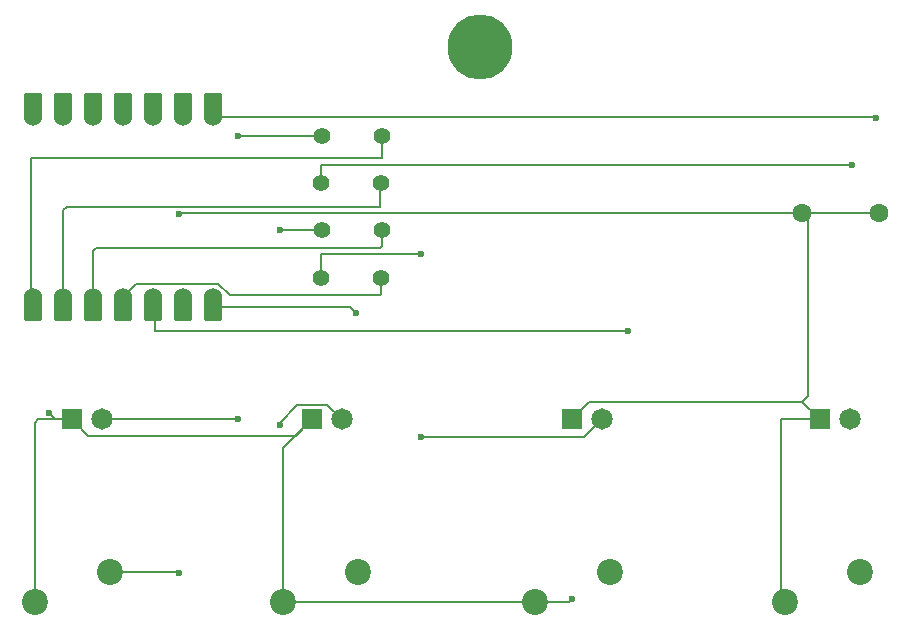
<source format=gbr>
%TF.GenerationSoftware,KiCad,Pcbnew,9.0.2*%
%TF.CreationDate,2025-07-04T18:03:36-03:00*%
%TF.ProjectId,pathfinder,70617468-6669-46e6-9465-722e6b696361,rev?*%
%TF.SameCoordinates,Original*%
%TF.FileFunction,Copper,L1,Top*%
%TF.FilePolarity,Positive*%
%FSLAX46Y46*%
G04 Gerber Fmt 4.6, Leading zero omitted, Abs format (unit mm)*
G04 Created by KiCad (PCBNEW 9.0.2) date 2025-07-04 18:03:36*
%MOMM*%
%LPD*%
G01*
G04 APERTURE LIST*
G04 Aperture macros list*
%AMRoundRect*
0 Rectangle with rounded corners*
0 $1 Rounding radius*
0 $2 $3 $4 $5 $6 $7 $8 $9 X,Y pos of 4 corners*
0 Add a 4 corners polygon primitive as box body*
4,1,4,$2,$3,$4,$5,$6,$7,$8,$9,$2,$3,0*
0 Add four circle primitives for the rounded corners*
1,1,$1+$1,$2,$3*
1,1,$1+$1,$4,$5*
1,1,$1+$1,$6,$7*
1,1,$1+$1,$8,$9*
0 Add four rect primitives between the rounded corners*
20,1,$1+$1,$2,$3,$4,$5,0*
20,1,$1+$1,$4,$5,$6,$7,0*
20,1,$1+$1,$6,$7,$8,$9,0*
20,1,$1+$1,$8,$9,$2,$3,0*%
G04 Aperture macros list end*
%TA.AperFunction,ComponentPad*%
%ADD10C,2.200000*%
%TD*%
%TA.AperFunction,ComponentPad*%
%ADD11C,1.400000*%
%TD*%
%TA.AperFunction,ComponentPad*%
%ADD12C,1.815000*%
%TD*%
%TA.AperFunction,ComponentPad*%
%ADD13R,1.815000X1.815000*%
%TD*%
%TA.AperFunction,ComponentPad*%
%ADD14C,1.600000*%
%TD*%
%TA.AperFunction,SMDPad,CuDef*%
%ADD15RoundRect,0.152400X-0.609600X1.063600X-0.609600X-1.063600X0.609600X-1.063600X0.609600X1.063600X0*%
%TD*%
%TA.AperFunction,ComponentPad*%
%ADD16C,1.524000*%
%TD*%
%TA.AperFunction,SMDPad,CuDef*%
%ADD17RoundRect,0.152400X0.609600X-1.063600X0.609600X1.063600X-0.609600X1.063600X-0.609600X-1.063600X0*%
%TD*%
%TA.AperFunction,ViaPad*%
%ADD18C,5.500000*%
%TD*%
%TA.AperFunction,ViaPad*%
%ADD19C,0.600000*%
%TD*%
%TA.AperFunction,Conductor*%
%ADD20C,0.200000*%
%TD*%
G04 APERTURE END LIST*
D10*
%TO.P,SW1,1,1*%
%TO.N,SW1*%
X145460000Y-112920000D03*
%TO.P,SW1,2,2*%
%TO.N,GND*%
X139110000Y-115460000D03*
%TD*%
D11*
%TO.P,R2,1*%
%TO.N,Net-(D2-PadA)*%
X121000000Y-80000000D03*
%TO.P,R2,2*%
%TO.N,LED2*%
X126080000Y-80000000D03*
%TD*%
D10*
%TO.P,SW4,1,1*%
%TO.N,SW4*%
X166620000Y-112920000D03*
%TO.P,SW4,2,2*%
%TO.N,GND*%
X160270000Y-115460000D03*
%TD*%
D12*
%TO.P,D3,A*%
%TO.N,Net-(D3-PadA)*%
X122770000Y-100000000D03*
D13*
%TO.P,D3,C*%
%TO.N,GND*%
X120230000Y-100000000D03*
%TD*%
D11*
%TO.P,R1,1*%
%TO.N,Net-(D1-PadA)*%
X121080000Y-76000000D03*
%TO.P,R1,2*%
%TO.N,LED1*%
X126160000Y-76000000D03*
%TD*%
D12*
%TO.P,D1,A*%
%TO.N,Net-(D1-PadA)*%
X102500000Y-100000000D03*
D13*
%TO.P,D1,C*%
%TO.N,GND*%
X99960000Y-100000000D03*
%TD*%
D11*
%TO.P,R4,1*%
%TO.N,Net-(D4-PadA)*%
X121000000Y-88000000D03*
%TO.P,R4,2*%
%TO.N,LED4*%
X126080000Y-88000000D03*
%TD*%
D14*
%TO.P,BZ1,1,+*%
%TO.N,BUZ*%
X161750000Y-82500000D03*
%TO.P,BZ1,2,-*%
%TO.N,GND*%
X168250000Y-82500000D03*
%TD*%
D15*
%TO.P,U1,1,GPIO26/ADC0/A0*%
%TO.N,LED1*%
X96648500Y-90455000D03*
D16*
X96648500Y-89620000D03*
D15*
%TO.P,U1,2,GPIO27/ADC1/A1*%
%TO.N,LED2*%
X99188500Y-90455000D03*
D16*
X99188500Y-89620000D03*
D15*
%TO.P,U1,3,GPIO28/ADC2/A2*%
%TO.N,LED3*%
X101728500Y-90455000D03*
D16*
X101728500Y-89620000D03*
D15*
%TO.P,U1,4,GPIO29/ADC3/A3*%
%TO.N,LED4*%
X104268500Y-90455000D03*
D16*
X104268500Y-89620000D03*
D15*
%TO.P,U1,5,GPIO6/SDA*%
%TO.N,SW1*%
X106808500Y-90455000D03*
D16*
X106808500Y-89620000D03*
D15*
%TO.P,U1,6,GPIO7/SCL*%
%TO.N,SW2*%
X109348500Y-90455000D03*
D16*
X109348500Y-89620000D03*
D15*
%TO.P,U1,7,GPIO0/TX*%
%TO.N,SW3*%
X111888500Y-90455000D03*
D16*
X111888500Y-89620000D03*
%TO.P,U1,8,GPIO1/RX*%
%TO.N,SW4*%
X111888500Y-74380000D03*
D17*
X111888500Y-73545000D03*
D16*
%TO.P,U1,9,GPIO2/SCK*%
%TO.N,BUZ*%
X109348500Y-74380000D03*
D17*
X109348500Y-73545000D03*
D16*
%TO.P,U1,10,GPIO4/MISO*%
%TO.N,unconnected-(U1-GPIO4{slash}MISO-Pad10)*%
X106808500Y-74380000D03*
D17*
X106808500Y-73545000D03*
D16*
%TO.P,U1,11,GPIO3/MOSI*%
%TO.N,unconnected-(U1-GPIO3{slash}MOSI-Pad11)*%
X104268500Y-74380000D03*
D17*
X104268500Y-73545000D03*
D16*
%TO.P,U1,12,3V3*%
%TO.N,unconnected-(U1-3V3-Pad12)*%
X101728500Y-74380000D03*
D17*
X101728500Y-73545000D03*
D16*
%TO.P,U1,13,GND*%
%TO.N,GND*%
X99188500Y-74380000D03*
D17*
X99188500Y-73545000D03*
D16*
%TO.P,U1,14,VBUS*%
%TO.N,unconnected-(U1-VBUS-Pad14)*%
X96648500Y-74380000D03*
D17*
X96648500Y-73545000D03*
%TD*%
D12*
%TO.P,D4,A*%
%TO.N,Net-(D4-PadA)*%
X144770000Y-100000000D03*
D13*
%TO.P,D4,C*%
%TO.N,GND*%
X142230000Y-100000000D03*
%TD*%
D11*
%TO.P,R3,1*%
%TO.N,Net-(D3-PadA)*%
X121080000Y-84000000D03*
%TO.P,R3,2*%
%TO.N,LED3*%
X126160000Y-84000000D03*
%TD*%
D12*
%TO.P,D2,A*%
%TO.N,Net-(D2-PadA)*%
X165770000Y-100000000D03*
D13*
%TO.P,D2,C*%
%TO.N,GND*%
X163230000Y-100000000D03*
%TD*%
D10*
%TO.P,SW3,1,1*%
%TO.N,SW3*%
X124120000Y-112920000D03*
%TO.P,SW3,2,2*%
%TO.N,GND*%
X117770000Y-115460000D03*
%TD*%
%TO.P,SW2,1,1*%
%TO.N,SW2*%
X103120000Y-112920000D03*
%TO.P,SW2,2,2*%
%TO.N,GND*%
X96770000Y-115460000D03*
%TD*%
D18*
%TO.N,*%
X134500000Y-68500000D03*
D19*
%TO.N,Net-(D1-PadA)*%
X114000000Y-76000000D03*
X114000000Y-100000000D03*
%TO.N,Net-(D2-PadA)*%
X166000000Y-78500000D03*
%TO.N,Net-(D3-PadA)*%
X117500000Y-100500000D03*
X117500000Y-84000000D03*
%TO.N,Net-(D4-PadA)*%
X129500000Y-101500000D03*
X129500000Y-86000000D03*
%TO.N,GND*%
X98000000Y-99500000D03*
X142230000Y-115230000D03*
%TO.N,SW1*%
X147000000Y-92500000D03*
%TO.N,SW2*%
X109000000Y-113000000D03*
%TO.N,SW3*%
X124000000Y-91000000D03*
%TO.N,SW4*%
X168000000Y-74500000D03*
%TO.N,BUZ*%
X109000000Y-82600000D03*
%TD*%
D20*
%TO.N,LED1*%
X126160000Y-77840000D02*
X126160000Y-76000000D01*
X96648500Y-89620000D02*
X96500000Y-89471500D01*
X96500000Y-77840000D02*
X126160000Y-77840000D01*
X96500000Y-89471500D02*
X96500000Y-77840000D01*
%TO.N,Net-(D1-PadA)*%
X102500000Y-100000000D02*
X114000000Y-100000000D01*
X114000000Y-76000000D02*
X121080000Y-76000000D01*
%TO.N,LED2*%
X126000000Y-82000000D02*
X99500000Y-82000000D01*
X99188500Y-82311500D02*
X99188500Y-89620000D01*
X126080000Y-80000000D02*
X126000000Y-80000000D01*
X99500000Y-82000000D02*
X99188500Y-82311500D01*
X126000000Y-80000000D02*
X126000000Y-82000000D01*
%TO.N,Net-(D2-PadA)*%
X121000000Y-80000000D02*
X121000000Y-78500000D01*
X166000000Y-99770000D02*
X165770000Y-100000000D01*
X121000000Y-78500000D02*
X166000000Y-78500000D01*
%TO.N,LED3*%
X126000000Y-85500000D02*
X102000000Y-85500000D01*
X101728500Y-85728500D02*
X101728500Y-85771500D01*
X126160000Y-85340000D02*
X126000000Y-85500000D01*
X102000000Y-85500000D02*
X101728500Y-85771500D01*
X101728500Y-85728500D02*
X101728500Y-89620000D01*
X126160000Y-84000000D02*
X126160000Y-85340000D01*
%TO.N,Net-(D3-PadA)*%
X117500000Y-100500000D02*
X117500000Y-100313000D01*
X121080000Y-84000000D02*
X117500000Y-84000000D01*
X117500000Y-100313000D02*
X119021500Y-98791500D01*
X121561500Y-98791500D02*
X122770000Y-100000000D01*
X119021500Y-98791500D02*
X121561500Y-98791500D01*
%TO.N,LED4*%
X113271810Y-89500000D02*
X112328810Y-88557000D01*
X112328810Y-88557000D02*
X105331500Y-88557000D01*
X126080000Y-88000000D02*
X126080000Y-89420000D01*
X105331500Y-88557000D02*
X104268500Y-89620000D01*
X126000000Y-89500000D02*
X113271810Y-89500000D01*
X126080000Y-89420000D02*
X126000000Y-89500000D01*
%TO.N,Net-(D4-PadA)*%
X143270000Y-101500000D02*
X129500000Y-101500000D01*
X121000000Y-86000000D02*
X121000000Y-88000000D01*
X129500000Y-86000000D02*
X121000000Y-86000000D01*
X144770000Y-100000000D02*
X143270000Y-101500000D01*
%TO.N,GND*%
X160270000Y-115460000D02*
X160000000Y-115190000D01*
X97040000Y-100000000D02*
X99960000Y-100000000D01*
X143730000Y-98500000D02*
X161730000Y-98500000D01*
X96770000Y-100270000D02*
X96770000Y-115460000D01*
X160000000Y-115190000D02*
X160000000Y-100000000D01*
X117770000Y-102460000D02*
X120230000Y-100000000D01*
X99960000Y-100000000D02*
X101325000Y-101365000D01*
X118865000Y-101365000D02*
X120230000Y-100000000D01*
X162250000Y-97980000D02*
X162250000Y-82500000D01*
X142230000Y-115230000D02*
X142000000Y-115460000D01*
X98000000Y-99500000D02*
X98500000Y-100000000D01*
X117770000Y-115460000D02*
X117770000Y-102460000D01*
X101325000Y-101365000D02*
X118865000Y-101365000D01*
X142000000Y-115460000D02*
X139110000Y-115460000D01*
X160000000Y-100000000D02*
X163230000Y-100000000D01*
X117770000Y-115460000D02*
X139110000Y-115460000D01*
X142230000Y-100000000D02*
X143730000Y-98500000D01*
X161730000Y-98500000D02*
X162250000Y-97980000D01*
X162250000Y-82500000D02*
X168250000Y-82500000D01*
X96770000Y-100270000D02*
X97040000Y-100000000D01*
X161730000Y-98500000D02*
X163230000Y-100000000D01*
X98500000Y-100000000D02*
X99960000Y-100000000D01*
%TO.N,SW1*%
X107000000Y-90646500D02*
X106808500Y-90455000D01*
X107000000Y-92500000D02*
X107000000Y-90646500D01*
X147000000Y-92500000D02*
X107000000Y-92500000D01*
%TO.N,SW2*%
X108920000Y-112920000D02*
X103120000Y-112920000D01*
X109000000Y-113000000D02*
X108920000Y-112920000D01*
%TO.N,SW3*%
X123455000Y-90455000D02*
X111888500Y-90455000D01*
X124000000Y-91000000D02*
X123455000Y-90455000D01*
%TO.N,SW4*%
X168000000Y-74380000D02*
X168000000Y-74500000D01*
X111888500Y-74380000D02*
X168000000Y-74380000D01*
%TO.N,BUZ*%
X109000000Y-82600000D02*
X109000000Y-82500000D01*
X109000000Y-82500000D02*
X161750000Y-82500000D01*
%TD*%
M02*

</source>
